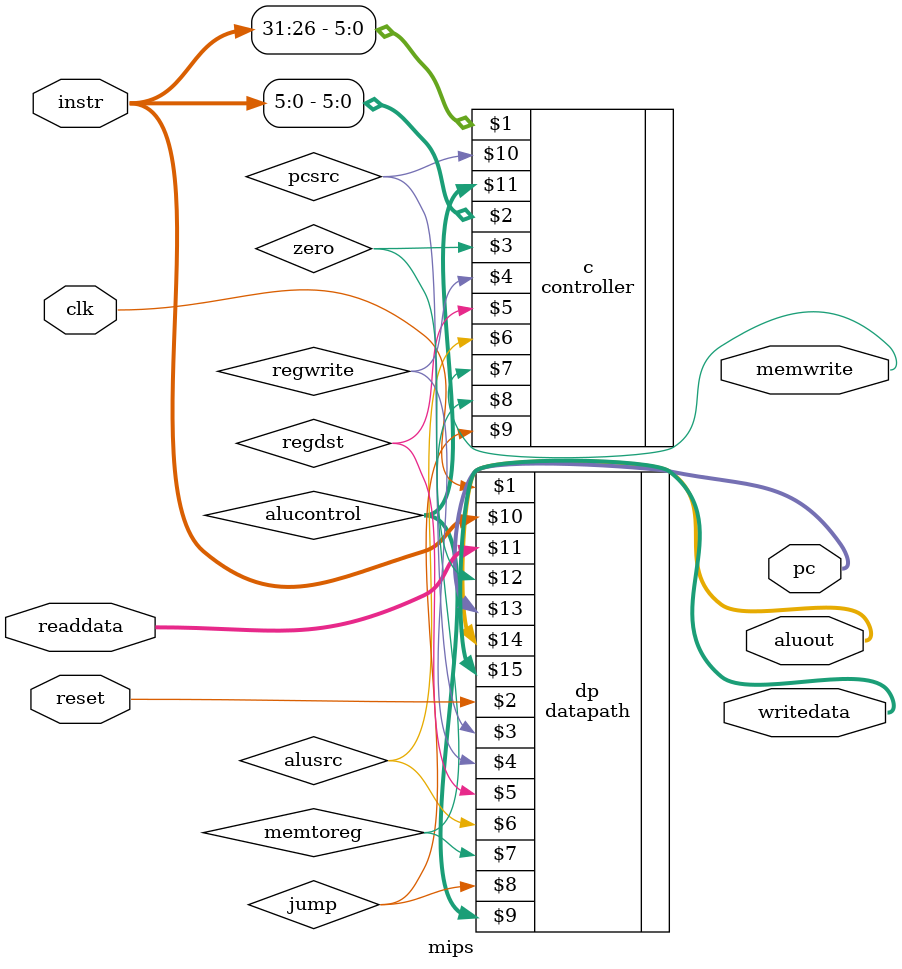
<source format=v>
module mips(input clk, reset, 
output [31:0]pc,
input [31:0]instr, 
output memwrite,
output [31:0]aluout, writedata,
input [31:0]readdata);
 
//controller
wire regwrite,regdst,alusrc,memtoreg;
wire jump;//jump
wire pcsrc,zero;//branch
wire [2:0]alucontrol;

controller c(instr[31:26],instr[5:0],zero,
regwrite,regdst,
alusrc,memwrite,memtoreg,jump,pcsrc,
alucontrol);
//datapath
datapath dp(clk,reset,pcsrc,
regwrite,regdst,
alusrc,memtoreg,jump,
alucontrol,instr,readdata,
zero,pc,
aluout,writedata);

endmodule 
</source>
